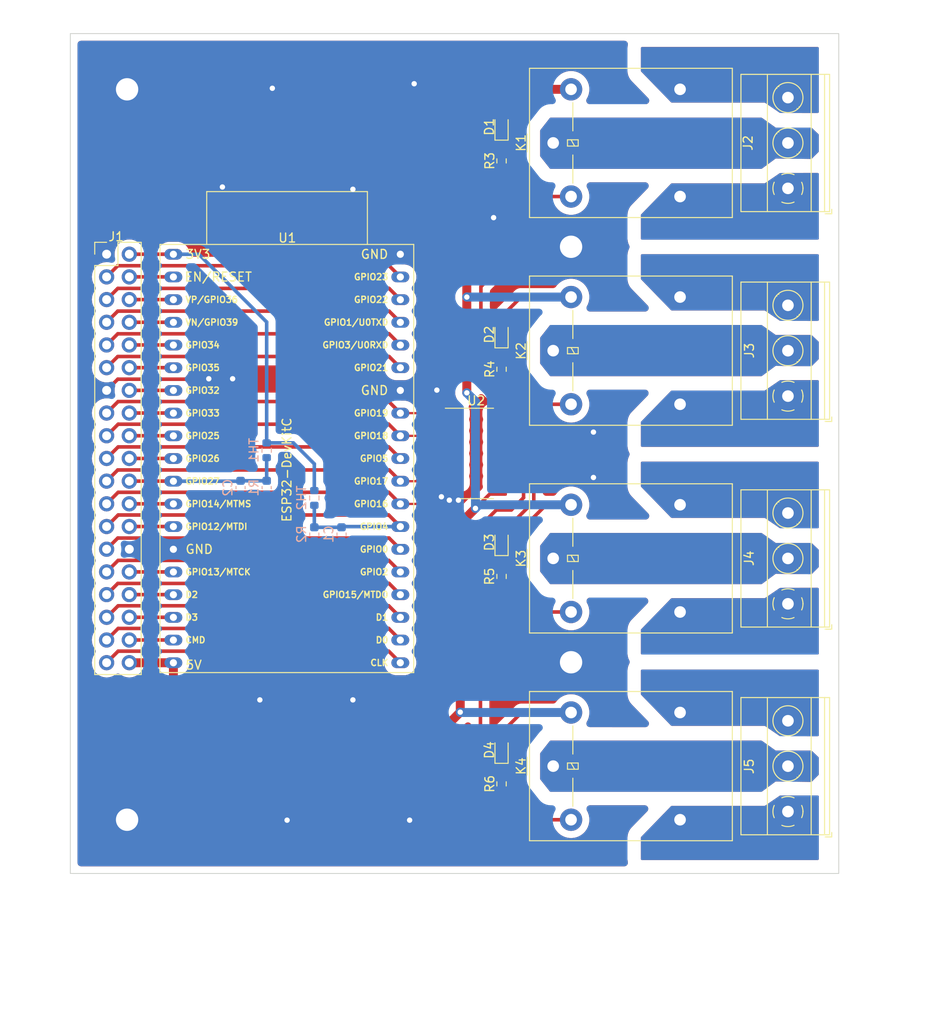
<source format=kicad_pcb>
(kicad_pcb (version 20211014) (generator pcbnew)
  (layers (0 "F.Cu" signal) (31 "B.Cu" signal) (34 "B.Paste" user) (35 "F.Paste" user) (36 "B.SilkS" user "B.Silkscreen") (37 "F.SilkS" user "F.Silkscreen") (38 "B.Mask" user) (39 "F.Mask" user) (44 "Edge.Cuts" user))
  (net 0 "")
  (net 1 "Net-(D1-Pad1)")
  (net 2 "+5V")
  (net 3 "Net-(D2-Pad1)")
  (net 4 "Net-(D3-Pad1)")
  (net 5 "Net-(D4-Pad1)")
  (net 6 "Net-(K3-Pad2)")
  (net 7 "O1")
  (net 8 "O2")
  (net 9 "O3")
  (net 10 "O4")
  (net 11 "O5")
  (net 12 "O6")
  (net 13 "O7")
  (net 14 "O8")
  (net 15 "O9")
  (net 16 "O10")
  (net 17 "O11")
  (net 18 "O12")
  (net 19 "Net-(K1-Pad2)")
  (net 20 "Net-(K2-Pad2)")
  (net 21 "Net-(K4-Pad2)")
  (net 22 "GND")
  (net 23 "/U2")
  (net 24 "/U37")
  (net 25 "/U3")
  (net 26 "/U36")
  (net 27 "/U4")
  (net 28 "/U35")
  (net 29 "/U5")
  (net 30 "/U34")
  (net 31 "/U6")
  (net 32 "/U33")
  (net 33 "/U7")
  (net 34 "/U8")
  (net 35 "/U31")
  (net 36 "/U9")
  (net 37 "/U30")
  (net 38 "/U10")
  (net 39 "/U29")
  (net 40 "/U11")
  (net 41 "/U28")
  (net 42 "/U12")
  (net 43 "/U27")
  (net 44 "/U13")
  (net 45 "/U26")
  (net 46 "/U25")
  (net 47 "/U15")
  (net 48 "/U24")
  (net 49 "/U16")
  (net 50 "/U23")
  (net 51 "/U17")
  (net 52 "/U22")
  (net 53 "/U18")
  (net 54 "/U21")
  (net 55 "/U20")
  (net 56 "+3V3")
  (footprint "Relay_THT:Relay_SPDT_Omron-G5LE-1" (layer "F.Cu") (at 98.4903 32.4054 90)
    (fp_text reference "K1")
    (fp_text value "G5LE-1-E")
  )
  (footprint "Package_SO:SOIC-16_3.9x9.9mm_P1.27mm" (layer "F.Cu") (at 89.8652 67.1576)
    (fp_text reference "U2")
    (fp_text value "ULN2003A")
  )
  (footprint "Resistor_SMD:R_0603_1608Metric" (layer "F.Cu") (at 92.71 34.417 -90)
    (fp_text reference "R3")
    (fp_text value "120R")
  )
  (footprint "LED_SMD:LED_0603_1608Metric" (layer "F.Cu") (at 92.71 100.355114 90)
    (fp_text reference "D4")
    (fp_text value "LED")
  )
  (footprint "Relay_THT:Relay_SPDT_Omron-G5LE-1" (layer "F.Cu") (at 98.4903 55.654866 90)
    (fp_text reference "K2")
    (fp_text value "G5LE-1-E")
  )
  (footprint "TerminalBlock_Phoenix:TerminalBlock_Phoenix_MKDS-1,5-3-5.08_1x03_P5.08mm_Horizontal" (layer "F.Cu") (at 124.7648 37.4904 90)
    (fp_text reference "J2")
    (fp_text value "Screw_Terminal_01x03")
  )
  (footprint "Connector_PinHeader_2.54mm:PinHeader_2x19_P2.54mm_Vertical" (layer "F.Cu") (at 48.509 44.85784)
    (fp_text reference "J1")
    (fp_text value "Conn_01x38_Male")
  )
  (footprint "LED_SMD:LED_0603_1608Metric" (layer "F.Cu") (at 92.71 77.105646 90)
    (fp_text reference "D3")
    (fp_text value "LED")
  )
  (footprint "LED_SMD:LED_0603_1608Metric" (layer "F.Cu") (at 92.71 30.606714 90)
    (fp_text reference "D1")
    (fp_text value "LED")
  )
  (footprint "LED_SMD:LED_0603_1608Metric" (layer "F.Cu") (at 92.71 53.85618 90)
    (fp_text reference "D2")
    (fp_text value "LED")
  )
  (footprint "TerminalBlock_Phoenix:TerminalBlock_Phoenix_MKDS-1,5-3-5.08_1x03_P5.08mm_Horizontal" (layer "F.Cu") (at 124.7648 83.989332 90)
    (fp_text reference "J4")
    (fp_text value "Screw_Terminal_01x03")
  )
  (footprint "Resistor_SMD:R_0603_1608Metric" (layer "F.Cu") (at 92.71 57.7342 -90)
    (fp_text reference "R4")
    (fp_text value "120R")
  )
  (footprint "TerminalBlock_Phoenix:TerminalBlock_Phoenix_MKDS-1,5-3-5.08_1x03_P5.08mm_Horizontal" (layer "F.Cu") (at 124.7648 107.2388 90)
    (fp_text reference "J5")
    (fp_text value "Screw_Terminal_01x03")
  )
  (footprint "Espressif:ESP32-DevKitC" (layer "F.Cu") (at 55.97792 44.86384)
    (fp_text reference "U1")
    (fp_text value "ESP32-DevKitC")
  )
  (footprint "Relay_THT:Relay_SPDT_Omron-G5LE-1" (layer "F.Cu") (at 98.4903 78.904332 90)
    (fp_text reference "K3")
    (fp_text value "G5LE-1-E")
  )
  (footprint "Relay_THT:Relay_SPDT_Omron-G5LE-1" (layer "F.Cu") (at 98.4903 102.1538 90)
    (fp_text reference "K4")
    (fp_text value "G5LE-1-E")
  )
  (footprint "TerminalBlock_Phoenix:TerminalBlock_Phoenix_MKDS-1,5-3-5.08_1x03_P5.08mm_Horizontal" (layer "F.Cu") (at 124.7648 60.739866 90)
    (fp_text reference "J3")
    (fp_text value "Screw_Terminal_01x03")
  )
  (footprint "Resistor_SMD:R_0603_1608Metric" (layer "F.Cu") (at 92.71 104.14 -90)
    (fp_text reference "R6")
    (fp_text value "120R")
  )
  (footprint "Resistor_SMD:R_0603_1608Metric" (layer "F.Cu") (at 92.71 80.9244 -90)
    (fp_text reference "R5")
    (fp_text value "120R")
  )
  (footprint "Capacitor_SMD:C_0603_1608Metric" (layer "B.Cu") (at 71.755 76.2 -90)
    (fp_text reference "R2")
    (fp_text value "R")
  )
  (footprint "Capacitor_SMD:C_0603_1608Metric" (layer "B.Cu") (at 63.5 70.993 -90)
    (fp_text reference "C2")
    (fp_text value "C")
  )
  (footprint "Resistor_SMD:R_0603_1608Metric" (layer "B.Cu") (at 71.755 72.136 -90)
    (fp_text reference "TH2")
    (fp_text value "Thermistor_NTC")
  )
  (footprint "Capacitor_SMD:C_0603_1608Metric" (layer "B.Cu") (at 74.803 76.2 -90)
    (fp_text reference "C1")
    (fp_text value "C")
  )
  (footprint "Resistor_SMD:R_0603_1608Metric" (layer "B.Cu") (at 66.421 66.802 -90)
    (fp_text reference "TH1")
    (fp_text value "Thermistor_NTC")
  )
  (footprint "Capacitor_SMD:C_0603_1608Metric" (layer "B.Cu") (at 66.421 70.993 -90)
    (fp_text reference "R1")
    (fp_text value "R")
  )
  (gr_rect (start 44.45 20.1676) (end 130.45 114.1676) (layer "Edge.Cuts") (width 0.1) (fill none))
  (segment (start 92.71 31.394214) (end 92.71 33.592) (width 0.4) (layer "F.Cu") (net 1))
  (segment (start 88.8238 49.657) (end 88.8238 29.718) (width 1) (layer "F.Cu") (net 2))
  (segment (start 55.9816 90.58656) (end 55.9816 93.726) (width 1) (layer "F.Cu") (net 2))
  (segment (start 88.0872 75.0062) (end 89.789 73.3044) (width 1) (layer "F.Cu") (net 2))
  (segment (start 55.9816 90.58656) (end 51.05772 90.58656) (width 1) (layer "F.Cu") (net 2))
  (segment (start 92.3402 71.6026) (end 91.4908 71.6026) (width 0.4) (layer "F.Cu") (net 2))
  (segment (start 92.71 26.979) (end 92.1364 26.4054) (width 0.4) (layer "F.Cu") (net 2))
  (segment (start 92.71 53.06868) (end 92.71 51.8414) (width 0.4) (layer "F.Cu") (net 2))
  (segment (start 62.2046 99.949) (end 84.2518 99.949) (width 1) (layer "F.Cu") (net 2))
  (segment (start 88.8238 60.3758) (end 88.8238 49.657) (width 1) (layer "F.Cu") (net 2))
  (segment (start 92.71 98.3996) (end 94.9558 96.1538) (width 0.4) (layer "F.Cu") (net 2))
  (segment (start 92.71 76.318146) (end 94.293654 76.318146) (width 0.4) (layer "F.Cu") (net 2))
  (segment (start 88.8238 29.718) (end 88.9127 29.6291) (width 1) (layer "F.Cu") (net 2))
  (segment (start 88.0872 96.1136) (end 88.0872 75.0062) (width 1) (layer "F.Cu") (net 2))
  (segment (start 92.9238 26.4054) (end 100.4903 26.4054) (width 1) (layer "F.Cu") (net 2))
  (segment (start 91.4908 71.6026) (end 89.789 73.3044) (width 0.4) (layer "F.Cu") (net 2))
  (segment (start 94.896534 49.654866) (end 100.4903 49.654866) (width 0.4) (layer "F.Cu") (net 2))
  (segment (start 51.05772 90.58656) (end 51.049 90.57784) (width 1) (layer "F.Cu") (net 2))
  (segment (start 94.9558 96.1538) (end 100.4903 96.1538) (width 0.4) (layer "F.Cu") (net 2))
  (segment (start 55.9816 93.726) (end 62.2046 99.949) (width 1) (layer "F.Cu") (net 2))
  (segment (start 88.9127 29.6291) (end 92.1364 26.4054) (width 1) (layer "F.Cu") (net 2))
  (segment (start 92.71 51.8414) (end 94.896534 49.654866) (width 0.4) (layer "F.Cu") (net 2))
  (segment (start 92.71 29.819214) (end 92.71 26.979) (width 0.4) (layer "F.Cu") (net 2))
  (segment (start 92.71 26.6192) (end 92.9238 26.4054) (width 0.25) (layer "F.Cu") (net 2))
  (segment (start 97.707468 72.904332) (end 100.4903 72.904332) (width 0.4) (layer "F.Cu") (net 2))
  (segment (start 94.293654 76.318146) (end 97.707468 72.904332) (width 0.4) (layer "F.Cu") (net 2))
  (segment (start 84.2518 99.949) (end 88.0872 96.1136) (width 1) (layer "F.Cu") (net 2))
  (segment (start 92.1364 26.4054) (end 92.9238 26.4054) (width 1) (layer "F.Cu") (net 2))
  (segment (start 92.71 99.567614) (end 92.71 98.3996) (width 0.4) (layer "F.Cu") (net 2))
  (via (at 89.789 73.3044) (size 1) (drill 0.6) (layers "F.Cu" "B.Cu") (net 2))
  (via (at 88.8238 49.657) (size 1) (drill 0.6) (layers "F.Cu" "B.Cu") (net 2))
  (via (at 88.0872 96.1136) (size 1) (drill 0.6) (layers "F.Cu" "B.Cu") (net 2))
  (via (at 88.8238 60.3758) (size 1) (drill 0.6) (layers "F.Cu" "B.Cu") (net 2))
  (segment (start 100.4903 49.654866) (end 88.825934 49.654866) (width 1) (layer "B.Cu") (net 2))
  (segment (start 89.789 61.341) (end 88.8238 60.3758) (width 1) (layer "B.Cu") (net 2))
  (segment (start 89.789 73.3044) (end 89.789 61.341) (width 1) (layer "B.Cu") (net 2))
  (segment (start 90.189068 72.904332) (end 100.4903 72.904332) (width 1) (layer "B.Cu") (net 2))
  (segment (start 89.789 73.3044) (end 90.189068 72.904332) (width 1) (layer "B.Cu") (net 2))
  (segment (start 88.825934 49.654866) (end 88.8238 49.657) (width 1) (layer "B.Cu") (net 2))
  (segment (start 100.4903 96.1538) (end 88.1274 96.1538) (width 1) (layer "B.Cu") (net 2))
  (segment (start 88.1274 96.1538) (end 88.0872 96.1136) (width 1) (layer "B.Cu") (net 2))
  (segment (start 92.71 56.9092) (end 92.71 54.64368) (width 0.4) (layer "F.Cu") (net 3))
  (segment (start 92.71 77.893146) (end 92.71 80.0994) (width 0.4) (layer "F.Cu") (net 4))
  (segment (start 92.71 101.142614) (end 92.71 103.315) (width 0.4) (layer "F.Cu") (net 5))
  (segment (start 92.71 82.4738) (end 92.71 81.7494) (width 0.4) (layer "F.Cu") (net 6))
  (segment (start 95.140532 84.904332) (end 100.4903 84.904332) (width 0.4) (layer "F.Cu") (net 6))
  (segment (start 96.3168 68.7578) (end 96.3168 72.5424) (width 0.4) (layer "F.Cu") (net 6))
  (segment (start 91.9602 81.7494) (end 92.71 81.7494) (width 0.4) (layer "F.Cu") (net 6))
  (segment (start 91.4146 75.7428) (end 91.4146 81.2038) (width 0.4) (layer "F.Cu") (net 6))
  (segment (start 92.71 82.4738) (end 95.140532 84.904332) (width 0.4) (layer "F.Cu") (net 6))
  (segment (start 93.98 74.93) (end 92.2274 74.93) (width 0.4) (layer "F.Cu") (net 6))
  (segment (start 92.2274 74.93) (end 91.4146 75.7428) (width 0.4) (layer "F.Cu") (net 6))
  (segment (start 96.3168 72.5424) (end 93.98 74.8792) (width 0.4) (layer "F.Cu") (net 6))
  (segment (start 93.98 74.8792) (end 93.98 74.93) (width 0.4) (layer "F.Cu") (net 6))
  (segment (start 94.0816 66.5226) (end 96.3168 68.7578) (width 0.4) (layer "F.Cu") (net 6))
  (segment (start 92.3402 66.5226) (end 94.0816 66.5226) (width 0.4) (layer "F.Cu") (net 6))
  (segment (start 91.4146 81.2038) (end 91.9602 81.7494) (width 0.4) (layer "F.Cu") (net 6))
  (segment (start 92.3402 66.5226) (end 92.3402 67.7926) (width 0.4) (layer "F.Cu") (net 6))
  (segment (start 90.3986 58.9026) (end 92.3402 60.8442) (width 0.4) (layer "F.Cu") (net 19))
  (segment (start 92.3402 60.8442) (end 92.3402 62.7126) (width 0.4) (layer "F.Cu") (net 19))
  (segment (start 90.3986 58.9026) (end 90.3986 48.4971) (width 0.4) (layer "F.Cu") (net 19))
  (segment (start 92.71 35.242) (end 92.71 35.9918) (width 0.4) (layer "F.Cu") (net 19))
  (segment (start 95.1236 38.4054) (end 100.4903 38.4054) (width 0.4) (layer "F.Cu") (net 19))
  (segment (start 95.1236 43.7721) (end 95.1236 38.4054) (width 0.4) (layer "F.Cu") (net 19))
  (segment (start 90.3986 48.4971) (end 95.1236 43.7721) (width 0.4) (layer "F.Cu") (net 19))
  (segment (start 92.71 35.9918) (end 95.1236 38.4054) (width 0.4) (layer "F.Cu") (net 19))
  (segment (start 95.6056 61.6966) (end 95.563866 61.654866) (width 0.4) (layer "F.Cu") (net 20))
  (segment (start 95.6056 63.1698) (end 95.6056 61.6966) (width 0.4) (layer "F.Cu") (net 20))
  (segment (start 95.563866 61.654866) (end 100.4903 61.654866) (width 0.4) (layer "F.Cu") (net 20))
  (segment (start 92.71 59.2582) (end 95.106666 61.654866) (width 0.4) (layer "F.Cu") (net 20))
  (segment (start 95.106666 61.654866) (end 95.563866 61.654866) (width 0.4) (layer "F.Cu") (net 20))
  (segment (start 94.7928 63.9826) (end 95.6056 63.1698) (width 0.4) (layer "F.Cu") (net 20))
  (segment (start 92.71 58.5592) (end 92.71 59.2582) (width 0.4) (layer "F.Cu") (net 20))
  (segment (start 92.3402 63.9826) (end 94.7928 63.9826) (width 0.4) (layer "F.Cu") (net 20))
  (segment (start 92.3402 65.2526) (end 92.3402 63.9826) (width 0.4) (layer "F.Cu") (net 20))
  (segment (start 92.71 105.5624) (end 95.3014 108.1538) (width 0.4) (layer "F.Cu") (net 21))
  (segment (start 91.1474 104.965) (end 92.71 104.965) (width 0.4) (layer "F.Cu") (net 21))
  (segment (start 92.3402 69.0626) (end 94.3102 69.0626) (width 0.4) (layer "F.Cu") (net 21))
  (segment (start 90.3478 75.2602) (end 90.3478 104.1654) (width 0.4) (layer "F.Cu") (net 21))
  (segment (start 92.71 104.965) (end 92.71 105.5624) (width 0.4) (layer "F.Cu") (net 21))
  (segment (start 93.8022 73.4822) (end 92.1258 73.4822) (width 0.4) (layer "F.Cu") (net 21))
  (segment (start 92.1258 73.4822) (end 90.3478 75.2602) (width 0.4) (layer "F.Cu") (net 21))
  (segment (start 94.3102 69.0626) (end 95.1738 69.9262) (width 0.4) (layer "F.Cu") (net 21))
  (segment (start 92.3402 69.0626) (end 92.3402 70.3326) (width 0.4) (layer "F.Cu") (net 21))
  (segment (start 95.3014 108.1538) (end 100.4903 108.1538) (width 0.4) (layer "F.Cu") (net 21))
  (segment (start 90.3478 104.1654) (end 91.1474 104.965) (width 0.4) (layer "F.Cu") (net 21))
  (segment (start 95.1738 72.1106) (end 93.8022 73.4822) (width 0.4) (layer "F.Cu") (net 21))
  (segment (start 95.1738 69.9262) (end 95.1738 72.1106) (width 0.4) (layer "F.Cu") (net 21))
  (segment (start 55.97288 77.87784) (end 55.9816 77.88656) (width 0.4) (layer "F.Cu") (net 22))
  (segment (start 51.049 77.87784) (end 55.97288 77.87784) (width 0.4) (layer "F.Cu") (net 22))
  (segment (start 49.758511 58.848329) (end 58.336401 58.848329) (width 0.4) (layer "F.Cu") (net 22))
  (segment (start 48.509 60.09784) (end 49.758511 58.848329) (width 0.4) (layer "F.Cu") (net 22))
  (segment (start 58.336401 58.848329) (end 58.337421 58.849349) (width 0.4) (layer "F.Cu") (net 22))
  (via (at 76.073 94.742) (size 1) (drill 0.6) (layers "F.Cu" "B.Cu") (net 22))
  (via (at 62.611 58.801) (size 1) (drill 0.6) (layers "F.Cu" "B.Cu") (net 22))
  (via (at 85.979 72.009) (size 1) (drill 0.6) (layers "F.Cu" "B.Cu") (net 22))
  (via (at 82.931 25.781) (size 1) (drill 0.6) (layers "F.Cu" "B.Cu") (net 22))
  (via (at 100.4903 44.030132) (size 5) (drill 2.5) (layers "F.Cu" "B.Cu") (net 22))
  (via (at 50.8 108.1538) (size 5) (drill 2.5) (layers "F.Cu" "B.Cu") (net 22))
  (via (at 65.659 94.742) (size 1) (drill 0.6) (layers "F.Cu" "B.Cu") (net 22))
  (via (at 102.997 69.85) (size 1) (drill 0.6) (layers "F.Cu" "B.Cu") (net 22))
  (via (at 86.868 72.39) (size 1) (drill 0.6) (layers "F.Cu" "B.Cu") (net 22))
  (via (at 91.821 40.767) (size 1) (drill 0.6) (layers "F.Cu" "B.Cu") (net 22))
  (via (at 61.468 37.338) (size 1) (drill 0.6) (layers "F.Cu" "B.Cu") (net 22))
  (via (at 50.8 26.4054) (size 5) (drill 2.5) (layers "F.Cu" "B.Cu") (net 22))
  (via (at 76.073 37.592) (size 1) (drill 0.6) (layers "F.Cu" "B.Cu") (net 22))
  (via (at 67.056 26.289) (size 1) (drill 0.6) (layers "F.Cu" "B.Cu") (net 22))
  (via (at 102.997 64.77) (size 1) (drill 0.6) (layers "F.Cu" "B.Cu") (net 22))
  (via (at 68.707 108.204) (size 1) (drill 0.6) (layers "F.Cu" "B.Cu") (net 22))
  (via (at 87.884 72.39) (size 1) (drill 0.6) (layers "F.Cu" "B.Cu") (net 22))
  (via (at 82.423 108.204) (size 1) (drill 0.6) (layers "F.Cu" "B.Cu") (net 22))
  (via (at 100.4903 90.529065) (size 5) (drill 2.5) (layers "F.Cu" "B.Cu") (net 22))
  (via (at 59.944 58.801) (size 1) (drill 0.6) (layers "F.Cu" "B.Cu") (net 22))
  (via (at 85.471 60.071) (size 1) (drill 0.6) (layers "F.Cu" "B.Cu") (net 22))
  (segment (start 55.97288 47.39784) (end 55.9816 47.40656) (width 0.4) (layer "F.Cu") (net 23))
  (segment (start 51.049 47.39784) (end 55.97288 47.39784) (width 0.4) (layer "F.Cu") (net 23))
  (segment (start 80.123369 46.148329) (end 81.3816 47.40656) (width 0.4) (layer "F.Cu") (net 24))
  (segment (start 48.509 47.39784) (end 49.758511 46.148329) (width 0.4) (layer "F.Cu") (net 24))
  (segment (start 49.758511 46.148329) (end 80.123369 46.148329) (width 0.4) (layer "F.Cu") (net 24))
  (segment (start 51.049 49.93784) (end 55.97288 49.93784) (width 0.4) (layer "F.Cu") (net 25))
  (segment (start 55.97288 49.93784) (end 55.9816 49.94656) (width 0.4) (layer "F.Cu") (net 25))
  (segment (start 80.123369 48.688329) (end 81.3816 49.94656) (width 0.4) (layer "F.Cu") (net 26))
  (segment (start 48.509 49.93784) (end 49.758511 48.688329) (width 0.4) (layer "F.Cu") (net 26))
  (segment (start 49.758511 48.688329) (end 80.123369 48.688329) (width 0.4) (layer "F.Cu") (net 26))
  (segment (start 55.97288 52.47784) (end 55.9816 52.48656) (width 0.4) (layer "F.Cu") (net 27))
  (segment (start 51.049 52.47784) (end 55.97288 52.47784) (width 0.4) (layer "F.Cu") (net 27))
  (segment (start 80.123369 51.228329) (end 81.3816 52.48656) (width 0.4) (layer "F.Cu") (net 28))
  (segment (start 48.509 52.47784) (end 49.758511 51.228329) (width 0.4) (layer "F.Cu") (net 28))
  (segment (start 49.758511 51.228329) (end 80.123369 51.228329) (width 0.4) (layer "F.Cu") (net 28))
  (segment (start 55.97288 55.01784) (end 55.9816 55.02656) (width 0.4) (layer "F.Cu") (net 29))
  (segment (start 51.049 55.01784) (end 55.97288 55.01784) (width 0.4) (layer "F.Cu") (net 29))
  (segment (start 80.123369 53.768329) (end 81.3816 55.02656) (width 0.4) (layer "F.Cu") (net 30))
  (segment (start 48.509 55.01784) (end 49.758511 53.768329) (width 0.4) (layer "F.Cu") (net 30))
  (segment (start 49.758511 53.768329) (end 80.123369 53.768329) (width 0.4) (layer "F.Cu") (net 30))
  (segment (start 51.049 57.55784) (end 55.97288 57.55784) (width 0.4) (layer "F.Cu") (net 31))
  (segment (start 55.97288 57.55784) (end 55.9816 57.56656) (width 0.4) (layer "F.Cu") (net 31))
  (segment (start 49.758511 56.308329) (end 80.123369 56.308329) (width 0.4) (layer "F.Cu") (net 32))
  (segment (start 80.123369 56.308329) (end 81.3816 57.56656) (width 0.4) (layer "F.Cu") (net 32))
  (segment (start 48.509 57.55784) (end 49.758511 56.308329) (width 0.4) (layer "F.Cu") (net 32))
  (segment (start 51.049 60.09784) (end 55.97288 60.09784) (width 0.4) (layer "F.Cu") (net 33))
  (segment (start 55.97288 60.09784) (end 55.9816 60.10656) (width 0.4) (layer "F.Cu") (net 33))
  (segment (start 51.049 62.63784) (end 55.97288 62.63784) (width 0.4) (layer "F.Cu") (net 34))
  (segment (start 55.97288 62.63784) (end 55.9816 62.64656) (width 0.4) (layer "F.Cu") (net 34))
  (segment (start 48.509 62.63784) (end 49.799489 61.347351) (width 0.4) (layer "F.Cu") (net 35))
  (segment (start 81.3816 62.64656) (end 87.32416 62.64656) (width 0.25) (layer "F.Cu") (net 35))
  (segment (start 80.082391 61.347351) (end 81.3816 62.64656) (width 0.4) (layer "F.Cu") (net 35))
  (segment (start 87.32416 62.64656) (end 87.3902 62.7126) (width 0.25) (layer "F.Cu") (net 35))
  (segment (start 49.799489 61.347351) (end 80.082391 61.347351) (width 0.4) (layer "F.Cu") (net 35))
  (segment (start 55.97288 65.17784) (end 55.9816 65.18656) (width 0.4) (layer "F.Cu") (net 36))
  (segment (start 51.049 65.17784) (end 55.97288 65.17784) (width 0.4) (layer "F.Cu") (net 36))
  (segment (start 87.3902 63.9826) (end 87.3902 65.2526) (width 0.4) (layer "F.Cu") (net 37))
  (segment (start 87.32416 65.18656) (end 87.3902 65.2526) (width 0.25) (layer "F.Cu") (net 37))
  (segment (start 48.509 65.17784) (end 49.799489 63.887351) (width 0.4) (layer "F.Cu") (net 37))
  (segment (start 80.082391 63.887351) (end 81.3816 65.18656) (width 0.4) (layer "F.Cu") (net 37))
  (segment (start 49.799489 63.887351) (end 80.082391 63.887351) (width 0.4) (layer "F.Cu") (net 37))
  (segment (start 81.3816 65.18656) (end 87.32416 65.18656) (width 0.25) (layer "F.Cu") (net 37))
  (segment (start 51.049 67.71784) (end 55.97288 67.71784) (width 0.4) (layer "F.Cu") (net 38))
  (segment (start 55.97288 67.71784) (end 55.9816 67.72656) (width 0.4) (layer "F.Cu") (net 38))
  (segment (start 49.799489 66.427351) (end 80.082391 66.427351) (width 0.4) (layer "F.Cu") (net 39))
  (segment (start 80.082391 66.427351) (end 81.3816 67.72656) (width 0.4) (layer "F.Cu") (net 39))
  (segment (start 48.509 67.71784) (end 49.799489 66.427351) (width 0.4) (layer "F.Cu") (net 39))
  (segment (start 51.049 70.25784) (end 55.97288 70.25784) (width 0.4) (layer "F.Cu") (net 40))
  (segment (start 55.97288 70.25784) (end 55.9816 70.26656) (width 0.4) (layer "F.Cu") (net 40))
  (segment (start 66.421 67.627) (end 66.421 70.218) (width 0.4) (layer "B.Cu") (net 40))
  (segment (start 66.421 70.218) (end 63.5 70.218) (width 0.4) (layer "B.Cu") (net 40))
  (segment (start 63.45144 70.26656) (end 55.9816 70.26656) (width 0.4) (layer "B.Cu") (net 40))
  (segment (start 63.5 70.218) (end 63.45144 70.26656) (width 0.4) (layer "B.Cu") (net 40))
  (segment (start 49.758511 69.008329) (end 80.123369 69.008329) (width 0.4) (layer "F.Cu") (net 41))
  (segment (start 87.3902 66.5226) (end 87.3902 67.7926) (width 0.4) (layer "F.Cu") (net 41))
  (segment (start 80.123369 69.008329) (end 81.3816 70.26656) (width 0.4) (layer "F.Cu") (net 41))
  (segment (start 48.509 70.25784) (end 49.758511 69.008329) (width 0.4) (layer "F.Cu") (net 41))
  (segment (start 83.12404 70.26656) (end 85.598 67.7926) (width 0.25) (layer "F.Cu") (net 41))
  (segment (start 81.3816 70.26656) (end 83.12404 70.26656) (width 0.25) (layer "F.Cu") (net 41))
  (segment (start 85.598 67.7926) (end 87.3902 67.7926) (width 0.25) (layer "F.Cu") (net 41))
  (segment (start 51.049 72.79784) (end 55.97288 72.79784) (width 0.4) (layer "F.Cu") (net 42))
  (segment (start 55.97288 72.79784) (end 55.9816 72.80656) (width 0.4) (layer "F.Cu") (net 42))
  (segment (start 49.799489 71.507351) (end 80.082391 71.507351) (width 0.4) (layer "F.Cu") (net 43))
  (segment (start 81.3816 72.80656) (end 83.20024 72.80656) (width 0.25) (layer "F.Cu") (net 43))
  (segment (start 48.509 72.79784) (end 49.799489 71.507351) (width 0.4) (layer "F.Cu") (net 43))
  (segment (start 80.082391 71.507351) (end 81.3816 72.80656) (width 0.4) (layer "F.Cu") (net 43))
  (segment (start 87.3902 69.0626) (end 87.3902 70.3326) (width 0.4) (layer "F.Cu") (net 43))
  (segment (start 83.20024 72.80656) (end 85.6742 70.3326) (width 0.25) (layer "F.Cu") (net 43))
  (segment (start 85.6742 70.3326) (end 87.3902 70.3326) (width 0.25) (layer "F.Cu") (net 43))
  (segment (start 51.049 75.33784) (end 55.97288 75.33784) (width 0.4) (layer "F.Cu") (net 44))
  (segment (start 55.97288 75.33784) (end 55.9816 75.34656) (width 0.4) (layer "F.Cu") (net 44))
  (segment (start 48.509 75.33784) (end 49.799489 74.047351) (width 0.4) (layer "F.Cu") (net 45))
  (segment (start 49.799489 74.047351) (end 80.082391 74.047351) (width 0.4) (layer "F.Cu") (net 45))
  (segment (start 80.082391 74.047351) (end 81.3816 75.34656) (width 0.4) (layer "F.Cu") (net 45))
  (segment (start 74.803 75.425) (end 71.755 75.425) (width 0.4) (layer "B.Cu") (net 45))
  (segment (start 74.803 75.425) (end 74.88144 75.34656) (width 0.4) (layer "B.Cu") (net 45))
  (segment (start 71.755 72.961) (end 71.755 75.425) (width 0.4) (layer "B.Cu") (net 45))
  (segment (start 74.88144 75.34656) (end 81.3816 75.34656) (width 0.4) (layer "B.Cu") (net 45))
  (segment (start 49.758511 76.628329) (end 80.123369 76.628329) (width 0.4) (layer "F.Cu") (net 46))
  (segment (start 48.509 77.87784) (end 49.758511 76.628329) (width 0.4) (layer "F.Cu") (net 46))
  (segment (start 80.123369 76.628329) (end 81.3816 77.88656) (width 0.4) (layer "F.Cu") (net 46))
  (segment (start 51.049 80.41784) (end 55.97288 80.41784) (width 0.4) (layer "F.Cu") (net 47))
  (segment (start 55.97288 80.41784) (end 55.9816 80.42656) (width 0.4) (layer "F.Cu") (net 47))
  (segment (start 48.509 80.41784) (end 49.799489 79.127351) (width 0.4) (layer "F.Cu") (net 48))
  (segment (start 80.082391 79.127351) (end 81.3816 80.42656) (width 0.4) (layer "F.Cu") (net 48))
  (segment (start 49.799489 79.127351) (end 80.082391 79.127351) (width 0.4) (layer "F.Cu") (net 48))
  (segment (start 51.049 82.95784) (end 55.97288 82.95784) (width 0.4) (layer "F.Cu") (net 49))
  (segment (start 55.97288 82.95784) (end 55.9816 82.96656) (width 0.4) (layer "F.Cu") (net 49))
  (segment (start 48.509 82.95784) (end 49.758511 81.708329) (width 0.4) (layer "F.Cu") (net 50))
  (segment (start 80.123369 81.708329) (end 81.3816 82.96656) (width 0.4) (layer "F.Cu") (net 50))
  (segment (start 49.758511 81.708329) (end 80.123369 81.708329) (width 0.4) (layer "F.Cu") (net 50))
  (segment (start 55.97288 85.49784) (end 55.9816 85.50656) (width 0.4) (layer "F.Cu") (net 51))
  (segment (start 51.049 85.49784) (end 55.97288 85.49784) (width 0.4) (layer "F.Cu") (net 51))
  (segment (start 80.082391 84.207351) (end 81.3816 85.50656) (width 0.4) (layer "F.Cu") (net 52))
  (segment (start 49.799489 84.207351) (end 80.082391 84.207351) (width 0.4) (layer "F.Cu") (net 52))
  (segment (start 48.509 85.49784) (end 49.799489 84.207351) (width 0.4) (layer "F.Cu") (net 52))
  (segment (start 51.049 88.03784) (end 55.97288 88.03784) (width 0.4) (layer "F.Cu") (net 53))
  (segment (start 55.97288 88.03784) (end 55.9816 88.04656) (width 0.4) (layer "F.Cu") (net 53))
  (segment (start 49.799489 86.747351) (end 80.081431 86.747351) (width 0.4) (layer "F.Cu") (net 54))
  (segment (start 48.509 88.03784) (end 49.799489 86.747351) (width 0.4) (layer "F.Cu") (net 54))
  (segment (start 80.081431 86.747351) (end 81.37792 88.04384) (width 0.4) (layer "F.Cu") (net 54))
  (segment (start 48.509 90.57784) (end 49.799489 89.287351) (width 0.4) (layer "F.Cu") (net 55))
  (segment (start 80.081431 89.287351) (end 81.37792 90.58384) (width 0.4) (layer "F.Cu") (net 55))
  (segment (start 49.799489 89.287351) (end 80.081431 89.287351) (width 0.4) (layer "F.Cu") (net 55))
  (segment (start 51.049 44.85784) (end 55.97288 44.85784) (width 0.4) (layer "F.Cu") (net 56))
  (segment (start 55.97288 44.85784) (end 55.9816 44.86656) (width 0.4) (layer "F.Cu") (net 56))
  (segment (start 55.9816 44.86656) (end 58.83656 44.86656) (width 0.4) (layer "B.Cu") (net 56))
  (segment (start 58.83656 44.86656) (end 66.421 52.451) (width 0.4) (layer "B.Cu") (net 56))
  (segment (start 69.406 65.977) (end 71.755 68.326) (width 0.4) (layer "B.Cu") (net 56))
  (segment (start 66.421 65.977) (end 69.406 65.977) (width 0.4) (layer "B.Cu") (net 56))
  (segment (start 71.755 68.326) (end 71.755 71.311) (width 0.4) (layer "B.Cu") (net 56))
  (segment (start 66.421 52.451) (end 66.421 65.977) (width 0.4) (layer "B.Cu") (net 56))
  (zone (net 15) (net_name "O9") (layers F&B.Cu) (priority 3) (connect_pads yes (clearance 1.5)) (min_thickness 0.254) (fill yes (thermal_gap 0.508) (thermal_bridge_width 0.508))
    (polygon (pts (xy 128.2192 75.5396) (xy 123.874304 75.531204) (xy 122.174 74.3712) (xy 111.7092 74.3712) (xy 108.3056 70.868141) (xy 108.3056 68.072) (xy 128.2192 68.072)))
  )
  (zone (net 17) (net_name "O11") (layers F&B.Cu) (priority 4) (connect_pads yes (clearance 1.5)) (min_thickness 0.254) (fill yes (thermal_gap 0.508) (thermal_bridge_width 0.508))
    (polygon (pts (xy 123.3932 100.415673) (xy 127.4064 100.415673) (xy 128.215937 101.181911) (xy 128.217142 103.112311) (xy 127.4064 103.920873) (xy 123.3932 103.870073) (xy 121.818401 105.029) (xy 98.145601 105.029) (xy 97.028 103.616073) (xy 97.028 100.720473) (xy 98.1456 99.296259) (xy 121.8184 99.298073)))
  )
  (zone (net 14) (net_name "O8") (layers F&B.Cu) (priority 4) (connect_pads yes (clearance 1.5)) (min_thickness 0.254) (fill yes (thermal_gap 0.508) (thermal_bridge_width 0.508))
    (polygon (pts (xy 123.3932 77.174673) (xy 127.4064 77.174673) (xy 128.215937 77.940911) (xy 128.217142 79.871311) (xy 127.4064 80.679873) (xy 123.3932 80.629073) (xy 121.818401 81.788) (xy 98.145601 81.788) (xy 97.028 80.375073) (xy 97.028 77.479473) (xy 98.1456 76.055259) (xy 121.8184 76.057073)))
  )
  (zone (net 8) (net_name "O2") (layers F&B.Cu) (priority 4) (connect_pads yes (clearance 1.5)) (min_thickness 0.254) (fill yes (thermal_gap 0.508) (thermal_bridge_width 0.508))
    (polygon (pts (xy 123.3932 30.692673) (xy 127.4064 30.692673) (xy 128.215937 31.458911) (xy 128.217142 33.389311) (xy 127.4064 34.197873) (xy 123.3932 34.147073) (xy 121.818401 35.306) (xy 98.145601 35.306) (xy 97.028 33.893073) (xy 97.028 30.997473) (xy 98.1456 29.573259) (xy 121.8184 29.575073)))
  )
  (zone (net 12) (net_name "O6") (layers F&B.Cu) (priority 3) (connect_pads yes (clearance 1.5)) (min_thickness 0.254) (fill yes (thermal_gap 0.508) (thermal_bridge_width 0.508))
    (polygon (pts (xy 128.2192 52.324) (xy 123.874304 52.315604) (xy 122.174 51.1556) (xy 111.7092 51.1556) (xy 108.3056 47.652541) (xy 108.3056 44.8564) (xy 128.2192 44.8564)))
  )
  (zone (net 9) (net_name "O3") (layers F&B.Cu) (priority 3) (connect_pads yes (clearance 1.5)) (min_thickness 0.254) (fill yes (thermal_gap 0.508) (thermal_bridge_width 0.508))
    (polygon (pts (xy 128.2192 29.0576) (xy 123.874304 29.049204) (xy 122.174 27.8892) (xy 111.7092 27.8892) (xy 108.3056 24.386141) (xy 108.3056 21.59) (xy 128.2192 21.59)))
  )
  (zone (net 22) (net_name "GND") (layers F&B.Cu) (connect_pads yes (clearance 0.8)) (min_thickness 0.8) (fill yes (thermal_gap 0.508) (thermal_bridge_width 1.5))
    (polygon (pts (xy 141.7828 131.0132) (xy 36.576 129.5908) (xy 39.5732 17.272) (xy 140.1064 16.4084)))
  )
  (zone (net 16) (net_name "O10") (layers F&B.Cu) (priority 3) (connect_pads yes (clearance 1.5)) (min_thickness 0.254) (fill yes (thermal_gap 0.508) (thermal_bridge_width 0.508))
    (polygon (pts (xy 128.2192 105.4354) (xy 123.874304 105.443796) (xy 122.174 106.6038) (xy 111.7092 106.6038) (xy 108.3056 110.106859) (xy 108.3056 112.903) (xy 128.2192 112.903)))
  )
  (zone (net 18) (net_name "O12") (layers F&B.Cu) (priority 3) (connect_pads yes (clearance 1.5)) (min_thickness 0.254) (fill yes (thermal_gap 0.508) (thermal_bridge_width 0.508))
    (polygon (pts (xy 128.2192 98.814396) (xy 123.874304 98.806) (xy 122.174 97.645996) (xy 111.7092 97.645996) (xy 108.3056 94.142937) (xy 108.3056 91.346796) (xy 128.2192 91.346796)))
  )
  (zone (net 10) (net_name "O4") (layers F&B.Cu) (priority 3) (connect_pads yes (clearance 1.5)) (min_thickness 0.254) (fill yes (thermal_gap 0.508) (thermal_bridge_width 0.508))
    (polygon (pts (xy 128.2192 58.9534) (xy 123.874304 58.961796) (xy 122.174 60.1218) (xy 111.7092 60.1218) (xy 108.3056 63.624859) (xy 108.3056 66.421) (xy 128.2192 66.421)))
  )
  (zone (net 13) (net_name "O7") (layers F&B.Cu) (priority 3) (connect_pads yes (clearance 1.5)) (min_thickness 0.254) (fill yes (thermal_gap 0.508) (thermal_bridge_width 0.508))
    (polygon (pts (xy 128.2192 82.1944) (xy 123.874304 82.202796) (xy 122.174 83.3628) (xy 111.7092 83.3628) (xy 108.3056 86.865859) (xy 108.3056 89.662) (xy 128.2192 89.662)))
  )
  (zone (net 7) (net_name "O1") (layers F&B.Cu) (priority 3) (connect_pads yes (clearance 1.5)) (min_thickness 0.254) (fill yes (thermal_gap 0.508) (thermal_bridge_width 0.508))
    (polygon (pts (xy 128.2192 35.7632) (xy 123.874304 35.771596) (xy 122.174 36.9316) (xy 111.7092 36.9316) (xy 108.3056 40.434659) (xy 108.3056 43.2308) (xy 128.2192 43.2308)))
  )
  (zone (net 11) (net_name "O5") (layers F&B.Cu) (priority 4) (connect_pads yes (clearance 1.5)) (min_thickness 0.254) (fill yes (thermal_gap 0.508) (thermal_bridge_width 0.508))
    (polygon (pts (xy 123.3932 53.8988) (xy 127.4064 53.8988) (xy 128.215937 54.665038) (xy 128.217142 56.595438) (xy 127.4064 57.404) (xy 123.3932 57.3532) (xy 121.818401 58.512127) (xy 98.145601 58.512127) (xy 97.028 57.0992) (xy 97.028 54.2036) (xy 98.1456 52.779386) (xy 121.8184 52.7812)))
  )
)
</source>
